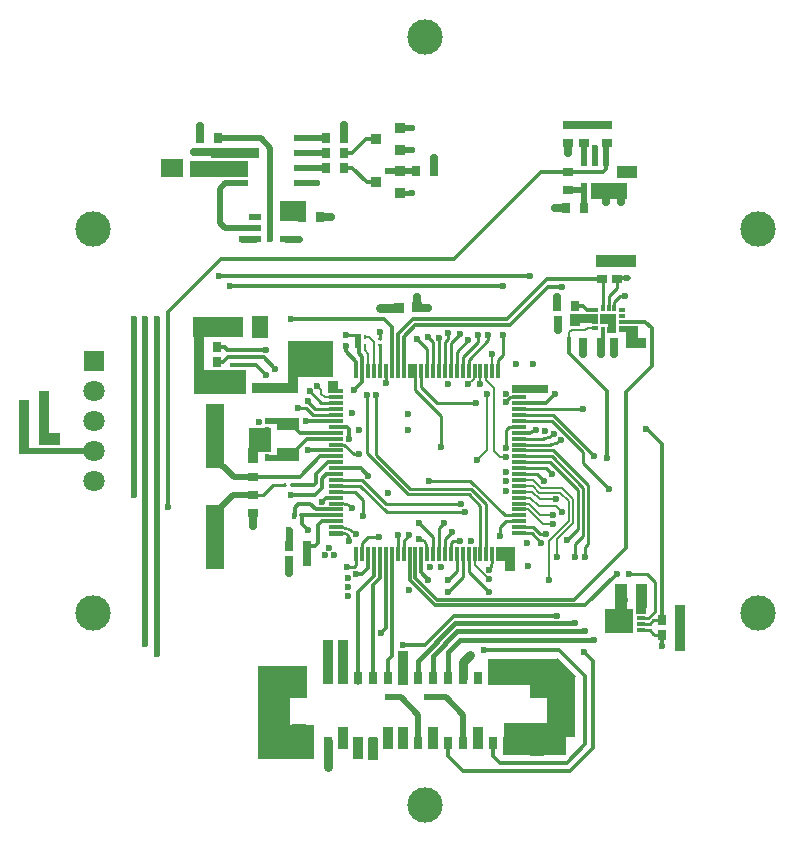
<source format=gtl>
G04*
G04 #@! TF.GenerationSoftware,Altium Limited,Altium Designer,22.1.2 (22)*
G04*
G04 Layer_Physical_Order=1*
G04 Layer_Color=255*
%FSLAX25Y25*%
%MOIN*%
G70*
G04*
G04 #@! TF.SameCoordinates,4AADA1E1-E747-4A0A-B92B-AFF9719D9D6B*
G04*
G04*
G04 #@! TF.FilePolarity,Positive*
G04*
G01*
G75*
%ADD10C,0.01000*%
%ADD13C,0.00800*%
%ADD16R,0.03000X0.03500*%
%ADD17R,0.05906X0.21654*%
%ADD18R,0.01181X0.01181*%
%ADD19R,0.03500X0.03000*%
%ADD20R,0.02441X0.04803*%
%ADD21R,0.01457X0.01063*%
%ADD22R,0.02402X0.01378*%
%ADD23R,0.01378X0.02402*%
%ADD24R,0.01181X0.04724*%
%ADD25R,0.04724X0.10630*%
%ADD26R,0.03150X0.04331*%
%ADD27R,0.05709X0.06142*%
%ADD28R,0.02677X0.01181*%
%ADD29R,0.02362X0.03150*%
%ADD30R,0.06102X0.02362*%
%ADD31R,0.04724X0.01181*%
%ADD32R,0.03150X0.02362*%
%ADD33R,0.01063X0.01457*%
%ADD34R,0.07480X0.04331*%
%ADD35R,0.03622X0.03228*%
%ADD36R,0.04331X0.02362*%
%ADD37R,0.05709X0.01772*%
%ADD66C,0.01200*%
%ADD67C,0.02500*%
%ADD68C,0.03000*%
%ADD69C,0.02200*%
%ADD70C,0.02000*%
%ADD71C,0.01500*%
%ADD72C,0.01800*%
%ADD73R,0.03547X0.05400*%
%ADD74R,0.03000X0.04800*%
%ADD75R,0.03550X0.04900*%
%ADD76R,0.07800X0.08225*%
%ADD77R,0.11500X0.02100*%
%ADD78R,0.04900X0.02100*%
%ADD79R,0.03200X0.07564*%
%ADD80R,0.03200X0.07664*%
%ADD81R,0.03200X0.07699*%
%ADD82R,0.06802X0.03631*%
%ADD83R,0.06123X0.01979*%
%ADD84R,0.02833X0.05700*%
%ADD85R,0.03500X0.04000*%
%ADD86R,0.06802X0.01979*%
%ADD87R,0.05200X0.03200*%
%ADD88R,0.01700X0.02400*%
%ADD89R,0.04800X0.01500*%
%ADD90R,0.12000X0.10100*%
%ADD91R,0.03200X0.07801*%
%ADD92R,0.03400X0.15013*%
%ADD93R,0.06980X0.03972*%
%ADD94R,0.16400X0.03000*%
%ADD95R,0.12030X0.05260*%
%ADD96R,0.03800X0.17625*%
%ADD97R,0.15195X0.03800*%
%ADD98R,0.17740X0.07884*%
%ADD99R,0.05675X0.07200*%
%ADD100R,0.17740X0.03166*%
%ADD101R,0.03800X0.18091*%
%ADD102R,0.04400X0.09476*%
%ADD103R,0.13200X0.04100*%
%ADD104R,0.04100X0.07380*%
%ADD105R,0.02832X0.03475*%
G04:AMPARAMS|DCode=106|XSize=85.56mil|YSize=45.96mil|CornerRadius=0mil|HoleSize=0mil|Usage=FLASHONLY|Rotation=135.000|XOffset=0mil|YOffset=0mil|HoleType=Round|Shape=Rectangle|*
%AMROTATEDRECTD106*
4,1,4,0.04650,-0.01400,0.01400,-0.04650,-0.04650,0.01400,-0.01400,0.04650,0.04650,-0.01400,0.0*
%
%ADD106ROTATEDRECTD106*%

%ADD107R,0.03600X0.15200*%
%ADD108R,0.03667X0.18147*%
%ADD109R,0.14700X0.12253*%
%ADD110R,0.03800X0.04397*%
%ADD111R,0.23225X0.08950*%
%ADD112R,0.06800X0.04000*%
%ADD113R,0.03400X0.15000*%
%ADD114R,0.03400X0.11500*%
%ADD115R,0.09000X0.02600*%
%ADD116R,0.16400X0.03394*%
%ADD117R,0.01400X0.08200*%
%ADD118R,0.03300X0.10147*%
%ADD119R,0.09700X0.08400*%
%ADD120R,0.16500X0.07125*%
%ADD121R,0.20910X0.11060*%
%ADD122R,0.16300X0.11152*%
%ADD123R,0.10500X0.22300*%
%ADD124R,0.15992X0.06497*%
%ADD125R,0.01900X0.04800*%
%ADD126R,0.08928X0.07157*%
%ADD127R,0.04100X0.03000*%
%ADD128R,0.03700X0.03544*%
%ADD129R,0.03500X0.03600*%
%ADD130R,0.12150X0.03100*%
%ADD131R,0.03800X0.18400*%
%ADD132R,0.07300X0.06200*%
%ADD133R,0.09800X0.20200*%
%ADD134R,0.18900X0.11800*%
%ADD135R,0.01800X0.02400*%
%ADD136R,0.06225X0.05039*%
%ADD137R,0.19700X0.05747*%
%ADD138C,0.11811*%
%ADD139R,0.07087X0.07087*%
%ADD140C,0.07087*%
%ADD141C,0.02362*%
D10*
X-25900Y90100D02*
G03*
X-27107Y90600I-1207J-1207D01*
G01*
X-25558Y89275D02*
G03*
X-25900Y90100I-1167J0D01*
G01*
X-23300Y90500D02*
G03*
X-28520Y92662I-5220J-5220D01*
G01*
X-25496Y99954D02*
G03*
X-27726Y100536I-2230J-3980D01*
G01*
X-24500Y99200D02*
G03*
X-25496Y99954I-3226J-3226D01*
G01*
X39440Y122190D02*
G03*
X42887Y123616I0J4878D01*
G01*
X41872Y120221D02*
G03*
X45200Y121600I0J4707D01*
G01*
X600Y85956D02*
G03*
X-2109Y88685I-2709J19D01*
G01*
X42887Y123616D02*
G03*
X42889Y123619I-3447J3452D01*
G01*
X21200Y78321D02*
G03*
X22253Y80865I-2543J2543D01*
G01*
X31112Y92662D02*
X35913D01*
X38035Y90540D02*
X40333D01*
X35913Y92662D02*
X38035Y90540D01*
X35370Y90694D02*
X38664Y87400D01*
X31112Y90694D02*
X35370D01*
X25000Y92700D02*
X26931Y94631D01*
X25000Y89600D02*
Y92700D01*
X26931Y94631D02*
X31112D01*
X1200Y108200D02*
X14900D01*
X26501Y96599D01*
X31112D01*
X-3600Y138500D02*
X5200Y129700D01*
Y119300D02*
Y129700D01*
X-3600Y138500D02*
Y143122D01*
X-5305Y144828D02*
X-3600Y143122D01*
X-1369Y139469D02*
Y144269D01*
X-1400Y144300D02*
X-1369Y144269D01*
X4000Y134100D02*
X17000D01*
X-1369Y139469D02*
X4000Y134100D01*
X-13225Y100390D02*
X11710D01*
X-30200Y108410D02*
X-29912D01*
X-19545Y117335D02*
X-5877Y103666D01*
X14529D01*
X-5172Y105366D02*
X15234D01*
X-21246Y108410D02*
X-13225Y100390D01*
X-16412Y116606D02*
X-5172Y105366D01*
X-22266Y117002D02*
X-22227Y116962D01*
X-23979Y117002D02*
X-22266D01*
X-54312Y103253D02*
X-50831Y106734D01*
X-46785D01*
X-57400Y103253D02*
X-54312D01*
X-39328Y134694D02*
X-36666Y132032D01*
X-39328Y134760D02*
X-39296Y134791D01*
X-39328Y134694D02*
Y134760D01*
X-36666Y132032D02*
X-29263D01*
X-39819Y132319D02*
X-37564Y130064D01*
X-42500Y132524D02*
X-42295Y132319D01*
X-39819D01*
X14379Y77682D02*
Y83804D01*
Y77682D02*
X21060Y71002D01*
X12405Y76007D02*
Y83099D01*
X7400Y71002D02*
X12405Y76007D01*
X7400Y74900D02*
X10442Y77943D01*
Y83053D01*
X54266Y87110D02*
Y106634D01*
X53056Y85900D02*
X54266Y87110D01*
X53056Y82604D02*
Y85900D01*
X49694Y82604D02*
Y86994D01*
X52566Y89866D02*
Y105738D01*
X49694Y86994D02*
X52566Y89866D01*
X4546Y83113D02*
Y92497D01*
X6050Y94000D01*
X-2109D02*
X2568Y89322D01*
Y83804D02*
Y89322D01*
X-21682Y106442D02*
X-12828Y97588D01*
X13056D01*
X20285Y83804D02*
Y100315D01*
X15234Y105366D02*
X20285Y100315D01*
X18316Y83804D02*
Y99879D01*
X14529Y103666D02*
X18316Y99879D01*
X31112Y132032D02*
X52400D01*
X64817Y169617D02*
X66500D01*
X-15148Y144828D02*
Y153317D01*
X-13180Y140879D02*
Y144828D01*
X-28500Y90600D02*
X-27107D01*
X-25558Y88053D02*
Y89275D01*
X-23377Y91057D02*
X-23377Y91057D01*
X-23384Y91065D02*
X-23377Y91057D01*
X-29912Y92662D02*
X-28520D01*
X-29912Y100536D02*
X-27726D01*
X60182Y215086D02*
X60340Y215244D01*
X-20700Y96353D02*
Y101653D01*
X-23520Y104473D02*
X-20700Y101653D01*
X-16412Y116606D02*
Y136693D01*
X-19545Y117335D02*
Y136750D01*
X-30045Y106442D02*
X-29912D01*
X20762Y154915D02*
Y156772D01*
X14379Y148532D02*
X20762Y154915D01*
X24222Y148322D02*
X26000Y150100D01*
Y156772D01*
X24222Y144828D02*
Y148322D01*
X-29912Y106442D02*
X-21682D01*
X17461Y154414D02*
Y156772D01*
X12411Y149364D02*
X17461Y154414D01*
X12411Y145164D02*
Y149364D01*
X14379Y144828D02*
Y148532D01*
X-22355Y155900D02*
X-22283D01*
X-22900Y156445D02*
X-22355Y155900D01*
X-26600Y156600D02*
X-22500D01*
X-22300Y156400D01*
X-15000Y155483D02*
Y157800D01*
X26700Y116000D02*
X26800D01*
X31112Y130064D02*
X42604D01*
X42105Y128095D02*
X52400Y117800D01*
X42604Y130064D02*
X56279Y116388D01*
X31112Y128095D02*
X42105D01*
X67800Y77100D02*
X73700D01*
X76400Y64456D02*
Y74400D01*
X73700Y77100D02*
X76400Y74400D01*
X68002Y154204D02*
X68150Y154056D01*
X50866Y92040D02*
Y105034D01*
X47113Y88287D02*
X50866Y92040D01*
X31112Y122190D02*
X39440D01*
X52200Y106104D02*
Y106153D01*
X41584Y114316D02*
X50866Y105034D01*
X52200Y106104D02*
X52566Y105738D01*
X42647Y118253D02*
X54266Y106634D01*
X42068Y116284D02*
X52200Y106153D01*
X52400Y114181D02*
Y117800D01*
X31112Y120221D02*
X41872D01*
X-2109Y88685D02*
X-2109Y88685D01*
X600Y83804D02*
Y85949D01*
X-2109Y88685D02*
X-2109Y88685D01*
X600Y85956D02*
X600Y85949D01*
X21200Y78321D02*
Y78535D01*
X22253Y80865D02*
Y83804D01*
X31112Y114316D02*
X41584D01*
X-27108Y120131D02*
X-23979Y117002D01*
X-29912Y108410D02*
X-21246D01*
X4537Y144828D02*
Y155830D01*
X6505Y145358D02*
Y154562D01*
X7452Y155509D02*
Y157229D01*
X6505Y154562D02*
X7452Y155509D01*
Y157229D02*
X7488Y157265D01*
X10442Y151229D02*
X14167Y154953D01*
X10442Y145010D02*
Y151229D01*
X8474Y154127D02*
X11400Y157053D01*
X8474Y145127D02*
Y154127D01*
X900Y156100D02*
X2600Y154400D01*
Y145253D02*
Y154400D01*
X6400Y145253D02*
X6505Y145358D01*
X600Y145253D02*
Y152000D01*
X500Y145153D02*
X600Y145253D01*
X-2752Y155352D02*
X600Y152000D01*
X26637Y134483D02*
X28080Y135926D01*
X31069D01*
X31112Y135969D01*
X31106Y110353D02*
X37173D01*
X26800Y124953D02*
X27974Y126127D01*
X31112D01*
X26800Y119100D02*
Y124953D01*
X31112Y112347D02*
X40185D01*
X42033Y110500D01*
X31112Y116284D02*
X42068D01*
X31112Y118253D02*
X42647D01*
X37173Y110353D02*
X39527Y107999D01*
X8474Y85566D02*
Y87237D01*
X9337Y88100D02*
X11500D01*
X8474Y87237D02*
X9337Y88100D01*
X6505Y88665D02*
X8775Y90934D01*
X6505Y83104D02*
Y88665D01*
X-23000Y80134D02*
Y83082D01*
X-23741Y79393D02*
X-23000Y80134D01*
X-21054Y85566D02*
Y87512D01*
X-19313Y89253D02*
X-15500D01*
X-21054Y87512D02*
X-19313Y89253D01*
X-29821Y120131D02*
X-27108D01*
X-29912Y120221D02*
X-29821Y120131D01*
X-29912Y104473D02*
X-23520D01*
X-37564Y130064D02*
X-30957D01*
X-38600Y137900D02*
X-34701Y134001D01*
X-29241D01*
X52400Y114181D02*
X61181Y105400D01*
X74281Y62337D02*
X76400Y64456D01*
X71754Y62337D02*
X74281D01*
X74717Y60369D02*
X75948Y61600D01*
X75900Y57186D02*
Y57200D01*
X71754Y60369D02*
X74717D01*
X71754Y58400D02*
X74700D01*
X76486Y56600D02*
X78700D01*
X75900Y57186D02*
X76486Y56600D01*
X75948Y61600D02*
X78700D01*
X74700Y58400D02*
X75900Y57200D01*
X-9243Y83804D02*
Y90153D01*
X-26259Y79393D02*
X-23741D01*
X62986Y165698D02*
Y167786D01*
X64817Y169617D01*
X61017D02*
X63700Y172300D01*
Y175353D01*
X61017Y165698D02*
Y169617D01*
X56434Y165084D02*
X56450Y165068D01*
X59049Y165698D02*
Y175104D01*
X58800Y175353D02*
X59049Y175104D01*
X-7274Y83804D02*
Y88028D01*
X-5368Y89934D01*
D13*
X34232Y98568D02*
X39079Y93721D01*
X42364D01*
X41100Y88081D02*
X47766Y94747D01*
X41100Y75000D02*
Y88081D01*
X47766Y94747D02*
Y101260D01*
X17174Y115126D02*
X20600Y118553D01*
Y137100D01*
X2500Y20599D02*
X2500Y20599D01*
X48000Y157597D02*
X48703Y158300D01*
X48000Y155631D02*
Y157597D01*
X48703Y158300D02*
X53177D01*
X54039Y159162D01*
X42449Y96819D02*
X42471Y96841D01*
X42471D01*
X-13180Y140879D02*
X-13100Y140800D01*
X14300Y140300D02*
X16158Y142157D01*
Y144233D01*
X16400Y144476D01*
X-18700Y155900D02*
X-17083Y154283D01*
Y144861D02*
Y154283D01*
X-13200Y140700D02*
X-13100Y140800D01*
X-20000Y155900D02*
X-18700D01*
X18300Y140233D02*
X18316Y140217D01*
Y144828D01*
X18300Y140233D02*
Y140300D01*
X20285Y141715D02*
Y144828D01*
Y141715D02*
X23000Y139000D01*
X22254Y144828D02*
Y150400D01*
X23000Y118000D02*
Y139000D01*
X25000Y116000D02*
X26700D01*
X23000Y118000D02*
X25000Y116000D01*
X-19100Y144800D02*
Y150554D01*
X44000Y82604D02*
Y88800D01*
X31112Y108410D02*
X35890D01*
X30716D02*
X31112D01*
X34995Y102505D02*
X37881Y99619D01*
X43466D01*
X45485Y97600D01*
X44000Y88800D02*
X49266Y94066D01*
X48800Y102347D02*
Y102385D01*
X44826Y104200D02*
X47766Y101260D01*
X48800Y102347D02*
X49266Y101882D01*
Y94066D02*
Y101882D01*
X45485Y105700D02*
X48800Y102385D01*
X38600Y105700D02*
X45485D01*
X35890Y108410D02*
X38600Y105700D01*
X37979Y104200D02*
X44826D01*
X38157Y101900D02*
X43600D01*
X-34701Y137154D02*
X-33547Y136000D01*
X-36078Y139637D02*
X-34701Y138260D01*
Y137154D02*
Y138260D01*
X-33547Y136000D02*
X-30003D01*
X31112Y104473D02*
X35584D01*
X38157Y101900D01*
X38260Y96819D02*
X42449D01*
X31208Y100553D02*
X34527D01*
X38260Y96819D01*
X31112Y102505D02*
X34995D01*
X16348Y79947D02*
Y83804D01*
Y79947D02*
X21060Y75236D01*
X-20117Y151572D02*
X-19100Y150554D01*
X-20117Y151572D02*
Y153100D01*
X31112Y98568D02*
X34232D01*
X35737Y106442D02*
X37979Y104200D01*
X31112Y106442D02*
X35737D01*
X54039Y159162D02*
X56450D01*
X39527Y107999D02*
X39527D01*
X-23022Y83104D02*
X-23000Y83082D01*
D16*
X-45600Y81400D02*
D03*
X-39600D02*
D03*
X-45619Y86500D02*
D03*
X-39619D02*
D03*
X-3100Y211400D02*
D03*
X2900D02*
D03*
X52800Y199200D02*
D03*
X46800D02*
D03*
X-62400Y138947D02*
D03*
X-56400D02*
D03*
X-75600Y152647D02*
D03*
X-69600D02*
D03*
X66000Y68600D02*
D03*
X72000D02*
D03*
X-41219Y196093D02*
D03*
X-35219D02*
D03*
X58450Y154034D02*
D03*
X52450D02*
D03*
X69000D02*
D03*
X63000D02*
D03*
X43869Y166300D02*
D03*
X49869D02*
D03*
X78700Y56600D02*
D03*
X84700D02*
D03*
Y61600D02*
D03*
X78700D02*
D03*
X-27000Y212353D02*
D03*
X-33000D02*
D03*
Y217353D02*
D03*
X-27000D02*
D03*
X-69600Y147747D02*
D03*
X-75600D02*
D03*
X-33000Y222353D02*
D03*
X-27000D02*
D03*
X-69300D02*
D03*
X-75300D02*
D03*
D17*
X-70000Y122953D02*
D03*
Y89488D02*
D03*
D18*
X-52900Y125335D02*
D03*
Y127697D02*
D03*
Y118597D02*
D03*
Y116235D02*
D03*
D19*
X-57400Y115453D02*
D03*
Y109453D02*
D03*
X60340Y226844D02*
D03*
Y220844D02*
D03*
X52740D02*
D03*
Y226844D02*
D03*
X47440Y220844D02*
D03*
Y226844D02*
D03*
X65600Y210800D02*
D03*
Y204800D02*
D03*
X47440Y205000D02*
D03*
Y211000D02*
D03*
X-69900Y211600D02*
D03*
Y217600D02*
D03*
X-57400Y103253D02*
D03*
Y97253D02*
D03*
X58800Y175353D02*
D03*
Y181353D02*
D03*
X63700Y175353D02*
D03*
Y181353D02*
D03*
D20*
X60280Y204987D02*
D03*
X56540D02*
D03*
X52800D02*
D03*
Y215302D02*
D03*
X56540D02*
D03*
X60280D02*
D03*
D21*
X-15000Y155483D02*
D03*
Y153317D02*
D03*
D22*
X56450Y165068D02*
D03*
Y163099D02*
D03*
Y161131D02*
D03*
Y159162D02*
D03*
X65584D02*
D03*
Y161131D02*
D03*
Y163099D02*
D03*
Y165068D02*
D03*
D23*
X59049Y158532D02*
D03*
X61017D02*
D03*
X62986D02*
D03*
Y165698D02*
D03*
X61017D02*
D03*
X59049D02*
D03*
D24*
X-1369Y144828D02*
D03*
X-3337D02*
D03*
X-5305D02*
D03*
X-13180D02*
D03*
X-15148D02*
D03*
X24222Y83804D02*
D03*
X22253D02*
D03*
X20285D02*
D03*
X18316D02*
D03*
X16348D02*
D03*
X14379D02*
D03*
X12411D02*
D03*
X10442D02*
D03*
X8474D02*
D03*
X6505D02*
D03*
X4537D02*
D03*
X2568D02*
D03*
X600D02*
D03*
X-1369D02*
D03*
X-3337D02*
D03*
X-5305D02*
D03*
X-7274D02*
D03*
X-9243D02*
D03*
X-11211D02*
D03*
X-13180D02*
D03*
X-15148D02*
D03*
X-17117D02*
D03*
X-19085D02*
D03*
X-21054D02*
D03*
X-23022D02*
D03*
Y144828D02*
D03*
X-21054D02*
D03*
X-19085D02*
D03*
X-17117D02*
D03*
X-11211D02*
D03*
X-9243D02*
D03*
X-7274D02*
D03*
X600D02*
D03*
X2568D02*
D03*
X4537D02*
D03*
X6505D02*
D03*
X8474D02*
D03*
X10442D02*
D03*
X12411D02*
D03*
X14379D02*
D03*
X16348D02*
D03*
X18316D02*
D03*
X20285D02*
D03*
X22254D02*
D03*
X24222D02*
D03*
D25*
X37323Y41072D02*
D03*
Y21780D02*
D03*
X-42323Y41072D02*
D03*
Y21780D02*
D03*
D26*
X-32500Y20599D02*
D03*
Y42253D02*
D03*
X-27500Y20599D02*
D03*
X-22500D02*
D03*
X-17500D02*
D03*
X-12500D02*
D03*
X-7500D02*
D03*
X-2500D02*
D03*
X2500D02*
D03*
X7500D02*
D03*
X12500D02*
D03*
X17500D02*
D03*
X22500D02*
D03*
X27500D02*
D03*
X-27500Y42253D02*
D03*
X-22500D02*
D03*
X-17500D02*
D03*
X-12500D02*
D03*
X-7500D02*
D03*
X-2500D02*
D03*
X2500D02*
D03*
X7500D02*
D03*
X12500D02*
D03*
X17500D02*
D03*
X22500D02*
D03*
X27500D02*
D03*
D27*
X66400Y61353D02*
D03*
D28*
X61046Y64306D02*
D03*
Y62337D02*
D03*
Y60369D02*
D03*
Y58400D02*
D03*
X71754D02*
D03*
Y60369D02*
D03*
Y62337D02*
D03*
Y64306D02*
D03*
D29*
X-62406Y158000D02*
D03*
X-56894D02*
D03*
X-8869Y165700D02*
D03*
X-3357D02*
D03*
X49612Y161600D02*
D03*
X44100D02*
D03*
X-82368Y212400D02*
D03*
X-76856D02*
D03*
D30*
X-62230Y217353D02*
D03*
Y212353D02*
D03*
Y207353D02*
D03*
Y222353D02*
D03*
X-40970D02*
D03*
Y217353D02*
D03*
Y212353D02*
D03*
Y207353D02*
D03*
D31*
X31112Y137938D02*
D03*
Y135969D02*
D03*
Y134001D02*
D03*
Y132032D02*
D03*
Y130064D02*
D03*
Y128095D02*
D03*
Y126127D02*
D03*
Y124158D02*
D03*
Y122190D02*
D03*
Y120221D02*
D03*
Y118253D02*
D03*
Y116284D02*
D03*
Y114316D02*
D03*
Y112347D02*
D03*
Y110379D02*
D03*
Y108410D02*
D03*
Y106442D02*
D03*
Y104473D02*
D03*
Y102505D02*
D03*
Y100536D02*
D03*
Y98568D02*
D03*
Y96599D02*
D03*
Y94631D02*
D03*
Y92662D02*
D03*
Y90694D02*
D03*
X-29912D02*
D03*
Y92662D02*
D03*
Y94631D02*
D03*
Y96599D02*
D03*
Y98568D02*
D03*
Y100536D02*
D03*
Y102505D02*
D03*
Y104473D02*
D03*
Y106442D02*
D03*
Y108410D02*
D03*
Y110379D02*
D03*
Y112347D02*
D03*
Y114316D02*
D03*
Y116284D02*
D03*
Y118253D02*
D03*
Y120221D02*
D03*
Y122190D02*
D03*
Y124158D02*
D03*
Y126127D02*
D03*
Y128095D02*
D03*
Y130064D02*
D03*
Y132032D02*
D03*
Y134001D02*
D03*
Y135969D02*
D03*
Y137938D02*
D03*
D32*
X-133943Y133806D02*
D03*
Y121994D02*
D03*
X-126857Y133806D02*
D03*
Y121994D02*
D03*
D33*
X-22283Y155900D02*
D03*
X-20117D02*
D03*
X-22283Y153100D02*
D03*
X-20117D02*
D03*
X-41417Y96353D02*
D03*
X-43583D02*
D03*
X-46785Y106734D02*
D03*
X-44619D02*
D03*
D34*
X-45800Y127037D02*
D03*
Y117194D02*
D03*
D35*
X-16337Y207653D02*
D03*
X-8463Y203913D02*
D03*
Y211393D02*
D03*
X-16337Y222153D02*
D03*
X-8463Y218413D02*
D03*
Y225893D02*
D03*
D36*
X-56718Y196093D02*
D03*
Y192353D02*
D03*
Y188613D02*
D03*
X-46482D02*
D03*
Y196093D02*
D03*
D37*
X-39286Y144146D02*
D03*
Y146705D02*
D03*
Y149264D02*
D03*
Y151823D02*
D03*
X-62514D02*
D03*
Y149264D02*
D03*
Y146705D02*
D03*
Y144146D02*
D03*
D66*
X34889Y124158D02*
G03*
X36802Y124951I0J2705D01*
G01*
X-43583Y99217D02*
X-42447Y100353D01*
X-43583Y96353D02*
Y99217D01*
X-41200Y93653D02*
X-39300Y91753D01*
X-41200Y93653D02*
Y96353D01*
X19500Y51700D02*
X44600D01*
X53300Y43000D01*
X-36800Y86500D02*
X-35800Y87500D01*
Y93262D01*
X-39619Y86500D02*
X-36800D01*
X-35800Y93262D02*
X-34431Y94631D01*
X-29912D01*
X-41863Y109453D02*
X-35032Y116284D01*
X-57400Y109453D02*
X-41863D01*
X-47160Y116235D02*
X-46200Y117194D01*
X-46860Y127697D02*
X-46200Y127037D01*
X-44625D02*
X-43060Y125472D01*
Y125260D02*
Y125472D01*
Y125260D02*
X-41958Y124158D01*
X3184Y66621D02*
X53321D01*
X63800Y77100D01*
X-3337Y75828D02*
X3971Y68521D01*
X-5305Y75110D02*
X3184Y66621D01*
X49521Y68521D02*
X66877Y85877D01*
X3971Y68521D02*
X49521D01*
X-300Y53500D02*
X9431Y63231D01*
X43980D01*
X55800Y19100D02*
Y48200D01*
X53000Y51000D02*
X55800Y48200D01*
X7563Y16479D02*
Y21048D01*
X12642Y11400D02*
X48100D01*
X7563Y16479D02*
X12642Y11400D01*
X7500Y21112D02*
X7563Y21048D01*
X66877Y85877D02*
Y137777D01*
X75400Y146300D02*
Y158900D01*
X66877Y137777D02*
X75400Y146300D01*
X48000Y150577D02*
X60600Y137977D01*
Y115600D02*
Y137977D01*
X48000Y150577D02*
Y155631D01*
X-42447Y100353D02*
X-38409D01*
X-85962Y99234D02*
Y164338D01*
Y99078D02*
Y99234D01*
X-34500Y101149D02*
X-33144Y102505D01*
X-31674D01*
X48100Y11400D02*
X55800Y19100D01*
X47013Y14000D02*
X53300Y20287D01*
Y43000D01*
X-68300Y182000D02*
X9400D01*
X-85962Y164338D02*
X-68300Y182000D01*
X-68750Y176350D02*
X34750D01*
X-68800Y176300D02*
X-68750Y176350D01*
X34750D02*
X34800Y176400D01*
X-9243Y144828D02*
Y156945D01*
X-7274Y144828D02*
Y156226D01*
Y144128D02*
Y144828D01*
X-11211Y144128D02*
Y144828D01*
X-13900Y162000D02*
X-11211Y159311D01*
Y144828D02*
Y159311D01*
X38513Y211000D02*
X47440D01*
X9400Y182000D02*
X38248Y210848D01*
X47496Y210944D02*
X59140D01*
X60182Y211986D01*
Y215086D01*
X-3447Y160053D02*
X28253D01*
X40927Y172727D02*
X45488D01*
X28253Y160053D02*
X40927Y172727D01*
X-4234Y161953D02*
X27203D01*
X40603Y175353D01*
X58800D01*
X-9243Y156945D02*
X-4234Y161953D01*
X-27000Y212353D02*
X-24353D01*
X-19653Y207653D02*
X-16337D01*
X-24353Y212353D02*
X-19653Y207653D01*
X-19774Y222153D02*
X-16534D01*
X-24574Y217353D02*
X-19774Y222153D01*
X-27000Y217353D02*
X-24574D01*
X67300Y175600D02*
X67700D01*
X64197D02*
X67300D01*
X-65300Y173200D02*
X26000Y173200D01*
X-26600Y151300D02*
Y153200D01*
Y151300D02*
X-23022Y147722D01*
Y144828D02*
Y147722D01*
X-44700Y162000D02*
X-13900D01*
X-56444Y146705D02*
X-52999Y143260D01*
X-53964Y149264D02*
X-50200Y145500D01*
X-65983Y149264D02*
X-53964D01*
X-62514Y146705D02*
X-56444D01*
X-62514Y151823D02*
X-52999D01*
X-66076D02*
X-62514D01*
X-22351Y153228D02*
Y153601D01*
X-22300Y150628D02*
Y152972D01*
Y150628D02*
X-21054Y149381D01*
X65584Y161131D02*
X73169D01*
X75400Y158900D01*
X52478Y166300D02*
X53695Y165084D01*
X49869Y166300D02*
X52478D01*
X53695Y165084D02*
X56434D01*
X-35032Y116284D02*
X-31674D01*
X25000Y14000D02*
X47013D01*
X73679Y125521D02*
X78700Y120500D01*
Y61800D02*
Y120500D01*
X59049Y154483D02*
Y158532D01*
X-7530Y53530D02*
X-7500Y53500D01*
X-26274Y126127D02*
X-25381Y125234D01*
X-28150Y126127D02*
X-26274D01*
X-25381Y121972D02*
Y125234D01*
X36488Y124951D02*
X36802D01*
X31112Y124158D02*
X34889D01*
X2568Y83104D02*
Y83804D01*
X-21647Y112347D02*
X-19100Y109800D01*
X-7274Y156226D02*
X-3447Y160053D01*
X-21054Y144128D02*
Y149381D01*
X31112Y134001D02*
X40267D01*
X43219Y136953D01*
X-17117Y76536D02*
Y83804D01*
X-22500Y42253D02*
Y71153D01*
Y40790D02*
Y42253D01*
X-19094Y83095D02*
X-19085Y83104D01*
X-19094Y79106D02*
Y83095D01*
X-23100Y76953D02*
X-21247D01*
X-41340Y96590D02*
X-29921D01*
X-29912Y96599D01*
X-38409Y100353D02*
X-36624Y98568D01*
X-29912D01*
X-44900Y103253D02*
X-36983D01*
X-34500Y105736D01*
Y108893D01*
X-23700Y138550D02*
X-21037Y141213D01*
X-28150Y112347D02*
X-21647D01*
X-33024Y110369D02*
X-29921D01*
X-34500Y108893D02*
X-33024Y110369D01*
X-29921D02*
X-29912Y110379D01*
X-36400Y110368D02*
X-32452Y114316D01*
X-36400Y107437D02*
Y110368D01*
X-32452Y114316D02*
X-31674D01*
X-39200Y118253D02*
X-31674D01*
X-44625Y117194D02*
X-39630Y122190D01*
X-31674D01*
X-41958Y124158D02*
X-31674D01*
X-39700Y128095D02*
X-31674D01*
X-21037Y141213D02*
Y144128D01*
X-7500Y53500D02*
X-300D01*
X-14900Y57300D02*
X-13180Y59021D01*
Y83804D01*
X-17500Y42253D02*
Y73466D01*
X-15148Y75818D01*
X-11211Y49599D02*
Y83804D01*
X-12500Y48310D02*
X-11211Y49599D01*
X78700Y52900D02*
Y56600D01*
X-69600Y152647D02*
X-66900D01*
X-66076Y151823D01*
X-67500Y147747D02*
X-65983Y149264D01*
X-69600Y147747D02*
X-67500D01*
X63871Y175273D02*
X64197Y175600D01*
X-21247Y76953D02*
X-19094Y79106D01*
X-15148Y75818D02*
Y83804D01*
X-1369Y77569D02*
Y83804D01*
Y77569D02*
X1000Y75200D01*
X-5305Y75110D02*
Y83804D01*
X-3337Y75828D02*
Y83804D01*
X22500Y16500D02*
Y20599D01*
Y16500D02*
X25000Y14000D01*
X-12500Y42253D02*
Y48310D01*
X-22500Y71153D02*
X-17117Y76536D01*
X18316Y146128D02*
X18317Y146128D01*
X4537Y83104D02*
X4546Y83113D01*
X-5368Y89934D02*
Y89934D01*
X-44551Y106734D02*
X-37103D01*
X-36400Y107437D01*
D67*
X-45600Y77400D02*
Y81400D01*
X-39610Y81410D02*
Y86490D01*
X60280Y200979D02*
Y204923D01*
X44023Y158300D02*
Y161615D01*
X-57400Y93227D02*
Y97253D01*
X58600Y150301D02*
Y154181D01*
X52450Y150300D02*
Y154181D01*
X2900Y211500D02*
Y215647D01*
X43233Y199200D02*
X46800D01*
X65850Y211050D02*
X68650D01*
X69100Y211500D01*
X60280Y204923D02*
Y204987D01*
Y204923D02*
X60310Y204893D01*
X60312Y204955D02*
X65445D01*
X65213Y200950D02*
Y204550D01*
X65463Y204800D01*
X65600D01*
Y210800D02*
X65850Y211050D01*
X47440Y217352D02*
Y220744D01*
X-65953Y138947D02*
X-62400D01*
X-56353Y138900D02*
X-52800D01*
X66000Y68700D02*
X66250Y68450D01*
X-35219Y196093D02*
X-31500D01*
X63000Y150300D02*
Y154181D01*
X43824Y166000D02*
Y169550D01*
X-62230Y217353D02*
X-56800D01*
X-69900D02*
X-62230D01*
X-77000Y217600D02*
X-69900D01*
X84700Y56600D02*
Y61600D01*
Y65200D01*
X84800Y52900D02*
Y56500D01*
X84700Y56600D02*
X84800Y56500D01*
X-2500Y20599D02*
X-2500Y20599D01*
X-2900Y166450D02*
Y169300D01*
X-2607Y165700D02*
X743D01*
X-27000Y222453D02*
Y226600D01*
X-17500Y20599D02*
X-17500Y20599D01*
X-75500Y152647D02*
Y152997D01*
X-75350Y153147D01*
X-75600Y147747D02*
Y152647D01*
X-75300Y222353D02*
Y226253D01*
X63700Y181353D02*
X67300D01*
X58800D02*
X63700D01*
D68*
X12500Y47800D02*
X14800Y50100D01*
X12500Y42253D02*
Y47800D01*
X-15069Y165693D02*
X-9450D01*
X36461Y42400D02*
X37323Y41538D01*
Y41072D02*
Y41538D01*
X27600Y42400D02*
X36461D01*
X27500Y42253D02*
Y42300D01*
X27600Y42400D01*
X22500Y41662D02*
Y45800D01*
X-32500Y20599D02*
Y21264D01*
Y12800D02*
Y20599D01*
D69*
X-45548Y86571D02*
Y91753D01*
X-46476Y188606D02*
X-42200D01*
X-61040Y188613D02*
X-56718D01*
D70*
X-39619Y86500D02*
X-39610Y86490D01*
Y81410D02*
X-39600Y81400D01*
X-64109Y103253D02*
X-57400D01*
X-70000Y97362D02*
X-64109Y103253D01*
X-70000Y89488D02*
Y97362D01*
X-67555Y113126D02*
X-63882Y109453D01*
X-70500Y115579D02*
X-68047Y113126D01*
X-70500Y115579D02*
Y124553D01*
X-68047Y113126D02*
X-67555D01*
X-63882Y109453D02*
X-57400D01*
X-12397Y211397D02*
X-3104D01*
X-12400Y211400D02*
X-12397Y211397D01*
X-3104D02*
X-3100Y211400D01*
X-2500Y20599D02*
Y30100D01*
X-12500Y35900D02*
X-8300D01*
X-2500Y30100D01*
X6700Y35900D02*
X12500Y30100D01*
X600Y35900D02*
X6700D01*
X12500Y20599D02*
Y30100D01*
X-89400Y50353D02*
Y162100D01*
X-93400Y53853D02*
Y162100D01*
X47440Y226744D02*
X52840D01*
X60340D01*
X52750Y204937D02*
X52800Y204987D01*
X52793Y204993D02*
X52800Y204987D01*
X47300Y205000D02*
X47440D01*
X47447Y204993D02*
X52793D01*
X47440Y205000D02*
X47447Y204993D01*
X60280Y215302D02*
X60310Y215332D01*
Y220714D02*
X60340Y220744D01*
X60310Y215332D02*
Y220714D01*
X56500Y215342D02*
X56540Y215302D01*
X56500Y215342D02*
Y218944D01*
X52820Y220724D02*
X52840Y220744D01*
X52820Y215322D02*
Y220724D01*
X52800Y215302D02*
X52820Y215322D01*
X52700Y199200D02*
X52750Y199250D01*
Y204937D01*
X-97300Y103253D02*
Y162100D01*
X-36300Y222353D02*
X-33000D01*
X-40970D02*
X-36300D01*
Y212353D02*
X-33000D01*
X-40970D02*
X-36300D01*
X-62230Y222353D02*
X-54853D01*
X-69300D02*
X-62230D01*
X-54853D02*
X-51700Y219200D01*
Y188600D02*
Y219200D01*
X-46482Y188613D02*
X-46476Y188606D01*
X-123451Y118053D02*
X-110400D01*
X-133369D02*
X-123451D01*
X-133550Y121994D02*
X-133369Y121813D01*
X-36300Y217353D02*
X-33000D01*
X-40970D02*
X-36300D01*
X-40970Y207353D02*
X-36300D01*
X-66753Y192353D02*
X-56718D01*
X-68600Y194200D02*
Y205500D01*
Y194200D02*
X-66753Y192353D01*
X-68600Y205500D02*
X-66747Y207353D01*
X-62230D01*
X-8463Y218413D02*
X-4440D01*
X-8463Y225893D02*
X-4440D01*
D71*
X-2500Y48100D02*
X10000Y60600D01*
X49713D01*
X2500Y49757D02*
X10644Y57900D01*
X53019D01*
X-12460Y211407D02*
X-12400D01*
X2500Y42253D02*
Y49757D01*
X-2500Y42253D02*
Y48100D01*
X-8463Y203913D02*
X-4440D01*
D72*
X7500Y51000D02*
X11500Y55000D01*
X56200D01*
X7500Y42253D02*
Y51000D01*
D73*
X28074Y80800D02*
D03*
D74*
X-4300Y144800D02*
D03*
D75*
X-57425Y116850D02*
D03*
D76*
X-55300Y121813D02*
D03*
D77*
X-47850Y115782D02*
D03*
D78*
X-51150Y128150D02*
D03*
D79*
X-22500Y18917D02*
D03*
D80*
X-17500Y18867D02*
D03*
D81*
X2500Y22350D02*
D03*
X17500Y22350D02*
D03*
D82*
X70276Y154099D02*
D03*
D83*
X67439Y158741D02*
D03*
D84*
X62184Y160200D02*
D03*
D85*
X49750Y161600D02*
D03*
D86*
X54194Y162610D02*
D03*
D87*
X61000Y162100D02*
D03*
D88*
X-43715Y96353D02*
D03*
D89*
X-29900Y90550D02*
D03*
D90*
X40900Y40650D02*
D03*
D91*
X-7500Y22400D02*
D03*
X-12500D02*
D03*
X-27500D02*
D03*
D92*
X-32575Y47594D02*
D03*
D93*
X67110Y210914D02*
D03*
D94*
X53890Y226844D02*
D03*
D95*
X61335Y204758D02*
D03*
D96*
X-44305Y145987D02*
D03*
D97*
X-50302Y139033D02*
D03*
D98*
X-68530Y141089D02*
D03*
D99*
X-55238Y159500D02*
D03*
D100*
X-68530Y143464D02*
D03*
D101*
X-75500Y150929D02*
D03*
D102*
X65300Y69162D02*
D03*
D103*
X63400Y181250D02*
D03*
D104*
X68850Y156020D02*
D03*
D105*
X44072Y161437D02*
D03*
D106*
X45550Y44300D02*
D03*
D107*
X84700Y59153D02*
D03*
D108*
X-133685Y126026D02*
D03*
D109*
X-38050Y148674D02*
D03*
D110*
X-30700Y139502D02*
D03*
D111*
X32538Y44475D02*
D03*
D112*
X-125200Y122000D02*
D03*
D113*
X-27475Y47600D02*
D03*
D114*
X-7500Y45850D02*
D03*
D115*
X53100Y161900D02*
D03*
D116*
X-63600Y217503D02*
D03*
D117*
X73200Y69700D02*
D03*
D118*
X71750Y68726D02*
D03*
D119*
X64450Y61353D02*
D03*
D120*
X-69150Y159537D02*
D03*
D121*
X36445Y21930D02*
D03*
D122*
X-47650Y41176D02*
D03*
D123*
X-50550Y35350D02*
D03*
D124*
X33896Y19648D02*
D03*
D125*
X-22450Y154700D02*
D03*
D126*
X-44183Y197922D02*
D03*
D127*
X-69650Y217600D02*
D03*
D128*
X-8850Y165628D02*
D03*
D129*
X-2850Y165900D02*
D03*
D130*
X34825Y138850D02*
D03*
D131*
X-127000Y129200D02*
D03*
D132*
X-84418Y212400D02*
D03*
D133*
X45300Y32800D02*
D03*
D134*
X-46350Y21200D02*
D03*
D135*
X-41200Y96353D02*
D03*
D136*
X26735Y83672D02*
D03*
D137*
X-68950Y212226D02*
D03*
D138*
X-110810Y63976D02*
D03*
X110810Y191929D02*
D03*
X-110810D02*
D03*
X110810Y63976D02*
D03*
X0Y0D02*
D03*
Y255906D02*
D03*
D139*
X-110400Y148053D02*
D03*
D140*
Y138053D02*
D03*
Y128053D02*
D03*
Y118053D02*
D03*
Y108053D02*
D03*
D141*
X-45600Y77400D02*
D03*
X38664Y87400D02*
D03*
X40333Y90540D02*
D03*
X34100Y79600D02*
D03*
X26800Y104800D02*
D03*
X34000Y87400D02*
D03*
X19500Y51700D02*
D03*
X14800Y50100D02*
D03*
X28100Y79600D02*
D03*
X25000Y89600D02*
D03*
X1200Y108200D02*
D03*
X33600Y44400D02*
D03*
X30900D02*
D03*
X28200D02*
D03*
X25400D02*
D03*
X22500D02*
D03*
X11710Y100390D02*
D03*
X17174Y115126D02*
D03*
X5200Y119300D02*
D03*
X-22227Y116962D02*
D03*
X-55600Y119300D02*
D03*
X-52900Y122166D02*
D03*
X-55600Y127700D02*
D03*
X-42500Y132524D02*
D03*
X-39296Y134791D02*
D03*
X-57400Y93227D02*
D03*
X21060Y71002D02*
D03*
X7400D02*
D03*
Y74900D02*
D03*
X43980Y63231D02*
D03*
X53019Y57900D02*
D03*
X56200Y55000D02*
D03*
X49713Y60600D02*
D03*
X53000Y51000D02*
D03*
X53056Y82604D02*
D03*
X6050Y94000D02*
D03*
X-2109D02*
D03*
X13056Y97588D02*
D03*
X-17500Y17000D02*
D03*
X-22500D02*
D03*
X2500Y24698D02*
D03*
X-70726Y138900D02*
D03*
X-65953Y138947D02*
D03*
X-67847Y143760D02*
D03*
X-75500Y138947D02*
D03*
X58600Y150301D02*
D03*
X52450Y150300D02*
D03*
X72300Y154204D02*
D03*
X52400Y132032D02*
D03*
X66500Y169617D02*
D03*
X62300Y162115D02*
D03*
X59709D02*
D03*
X42471Y96841D02*
D03*
X2900Y215647D02*
D03*
X-12460Y211407D02*
D03*
X-24518Y99153D02*
D03*
X-23277Y90503D02*
D03*
X-34500Y101149D02*
D03*
X-25558Y88053D02*
D03*
X-20700Y96553D02*
D03*
X47500Y30100D02*
D03*
Y27264D02*
D03*
Y33000D02*
D03*
Y35900D02*
D03*
Y38800D02*
D03*
X-12500Y104000D02*
D03*
Y35900D02*
D03*
Y24698D02*
D03*
X-7500D02*
D03*
X27746Y24263D02*
D03*
X30646D02*
D03*
X33546D02*
D03*
X600Y35900D02*
D03*
X-32500Y53500D02*
D03*
X17500Y24698D02*
D03*
X-89400Y162100D02*
D03*
X-68800Y176300D02*
D03*
X43233Y199200D02*
D03*
X56500Y226800D02*
D03*
X65213Y200950D02*
D03*
X69100Y211500D02*
D03*
X60310Y200950D02*
D03*
X56500Y218944D02*
D03*
X47440Y217352D02*
D03*
X-85962Y99234D02*
D03*
X-15000Y157800D02*
D03*
X-22282Y125049D02*
D03*
X20762Y156772D02*
D03*
X22254Y150400D02*
D03*
X26000Y156772D02*
D03*
X34800Y176400D02*
D03*
X-97300Y162100D02*
D03*
X-36300Y222353D02*
D03*
X-93400Y162100D02*
D03*
X-36300Y212353D02*
D03*
X17461Y156772D02*
D03*
X-51700Y188600D02*
D03*
X-42200D02*
D03*
X-65300Y173200D02*
D03*
X7500Y140300D02*
D03*
X-26600Y156600D02*
D03*
X-13200Y140700D02*
D03*
X14300Y140300D02*
D03*
X18300D02*
D03*
X20600Y137100D02*
D03*
X17000Y134100D02*
D03*
X-24600Y130595D02*
D03*
X-5853Y125153D02*
D03*
Y130453D02*
D03*
X-62406Y161553D02*
D03*
X-52800Y138900D02*
D03*
X-52999Y143260D02*
D03*
X-50200Y145500D02*
D03*
X-54050Y157900D02*
D03*
X-44700Y162000D02*
D03*
X-54050Y161400D02*
D03*
X-56800Y161500D02*
D03*
X-75600Y143760D02*
D03*
X-75500Y157135D02*
D03*
X-52999Y151823D02*
D03*
X-16412Y136693D02*
D03*
X71851Y72200D02*
D03*
X65851D02*
D03*
X-31500Y196093D02*
D03*
X-46482Y199153D02*
D03*
X63000Y150300D02*
D03*
X45488Y172727D02*
D03*
X43824Y169550D02*
D03*
X41100Y75000D02*
D03*
X73658Y125500D02*
D03*
X49694Y82604D02*
D03*
X43961D02*
D03*
X43600Y101900D02*
D03*
X45485Y97600D02*
D03*
X47113Y88287D02*
D03*
X-27500Y24698D02*
D03*
X-7530Y53530D02*
D03*
X-123451Y118053D02*
D03*
X-2752Y155352D02*
D03*
X-19545Y136750D02*
D03*
X14167Y154953D02*
D03*
X11400Y157053D02*
D03*
X4508Y155859D02*
D03*
X7488Y157265D02*
D03*
X67300Y181353D02*
D03*
X-56800Y217353D02*
D03*
X-75300Y226253D02*
D03*
X-61040Y188613D02*
D03*
X-44900Y103253D02*
D03*
X-43800Y148097D02*
D03*
X-97300Y103253D02*
D03*
X-45548Y91753D02*
D03*
X39400Y138653D02*
D03*
X-36300Y217353D02*
D03*
X15300Y88100D02*
D03*
X-43800Y152047D02*
D03*
Y143947D02*
D03*
X-39700Y128095D02*
D03*
X-26259Y79393D02*
D03*
X-5368Y89934D02*
D03*
X-2109Y88685D02*
D03*
X8775Y90934D02*
D03*
X21200Y78321D02*
D03*
X21060Y75236D02*
D03*
X39527Y107999D02*
D03*
X42033Y110500D02*
D03*
X67800Y77100D02*
D03*
X60600Y115600D02*
D03*
X63800Y77100D02*
D03*
X61181Y105400D02*
D03*
X45200Y121600D02*
D03*
X36802Y124951D02*
D03*
X84700Y65200D02*
D03*
X-33400Y83500D02*
D03*
X44023Y158300D02*
D03*
X-77000Y217600D02*
D03*
X-14900Y57300D02*
D03*
X-27400Y53500D02*
D03*
X-7425Y50125D02*
D03*
X-127000Y130800D02*
D03*
Y136811D02*
D03*
X-123451Y121751D02*
D03*
X-19100Y109800D02*
D03*
X-38600Y137900D02*
D03*
X-36078Y139637D02*
D03*
X26800Y119100D02*
D03*
Y116000D02*
D03*
X-23700Y138550D02*
D03*
X-25381Y121972D02*
D03*
X-23100Y76953D02*
D03*
X1400Y79561D02*
D03*
X5169D02*
D03*
X40004Y124643D02*
D03*
X42889Y123619D02*
D03*
X26725Y137147D02*
D03*
Y134483D02*
D03*
X-38800Y17100D02*
D03*
X-41700D02*
D03*
X-52900Y35800D02*
D03*
Y32900D02*
D03*
Y30000D02*
D03*
Y24200D02*
D03*
Y27100D02*
D03*
X-30500Y83500D02*
D03*
X26800Y107900D02*
D03*
X-36300Y207353D02*
D03*
X743Y165700D02*
D03*
X-2900Y169300D02*
D03*
X43219Y136953D02*
D03*
X-9243Y90153D02*
D03*
X-15069Y165693D02*
D03*
X64581Y60053D02*
D03*
Y62853D02*
D03*
X67400D02*
D03*
Y60053D02*
D03*
X84800Y52900D02*
D03*
X78700D02*
D03*
X26000Y173200D02*
D03*
X30200Y147100D02*
D03*
X-32019Y85700D02*
D03*
X-5500Y71600D02*
D03*
X-51000Y44800D02*
D03*
X-48200D02*
D03*
X-45500D02*
D03*
X-31040Y139847D02*
D03*
X-15600Y89253D02*
D03*
X-32600Y153200D02*
D03*
X11500Y88100D02*
D03*
X-85668Y213700D02*
D03*
X-32500Y12800D02*
D03*
X-39200Y118253D02*
D03*
X53000Y161900D02*
D03*
X1000Y75200D02*
D03*
X26800Y111000D02*
D03*
X-73700Y211000D02*
D03*
Y213600D02*
D03*
X-27000Y226600D02*
D03*
X-4440Y203913D02*
D03*
Y225893D02*
D03*
Y218413D02*
D03*
X-85668Y211000D02*
D03*
X67300Y175600D02*
D03*
X-26600Y153200D02*
D03*
X42364Y93721D02*
D03*
X900Y156100D02*
D03*
X35800Y147100D02*
D03*
X-25900Y75600D02*
D03*
Y72650D02*
D03*
Y69700D02*
D03*
X-39300Y91753D02*
D03*
X-47500Y17100D02*
D03*
X-50400D02*
D03*
X-44600D02*
D03*
X56279Y116388D02*
D03*
X-93400Y53853D02*
D03*
X-89400Y50353D02*
D03*
M02*

</source>
